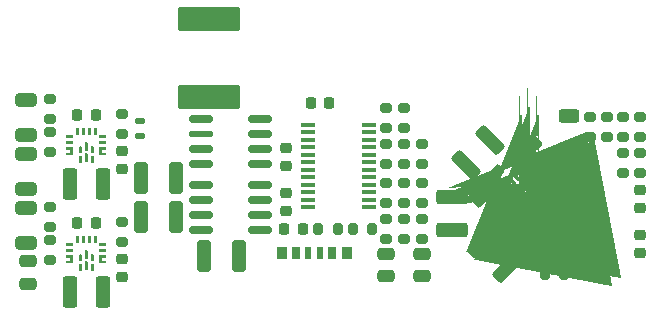
<source format=gtp>
G04 #@! TF.GenerationSoftware,KiCad,Pcbnew,(6.0.9)*
G04 #@! TF.CreationDate,2024-01-10T20:12:20+09:00*
G04 #@! TF.ProjectId,BatteryBoard,42617474-6572-4794-926f-6172642e6b69,rev?*
G04 #@! TF.SameCoordinates,Original*
G04 #@! TF.FileFunction,Paste,Top*
G04 #@! TF.FilePolarity,Positive*
%FSLAX46Y46*%
G04 Gerber Fmt 4.6, Leading zero omitted, Abs format (unit mm)*
G04 Created by KiCad (PCBNEW (6.0.9)) date 2024-01-10 20:12:20*
%MOMM*%
%LPD*%
G01*
G04 APERTURE LIST*
G04 Aperture macros list*
%AMRoundRect*
0 Rectangle with rounded corners*
0 $1 Rounding radius*
0 $2 $3 $4 $5 $6 $7 $8 $9 X,Y pos of 4 corners*
0 Add a 4 corners polygon primitive as box body*
4,1,4,$2,$3,$4,$5,$6,$7,$8,$9,$2,$3,0*
0 Add four circle primitives for the rounded corners*
1,1,$1+$1,$2,$3*
1,1,$1+$1,$4,$5*
1,1,$1+$1,$6,$7*
1,1,$1+$1,$8,$9*
0 Add four rect primitives between the rounded corners*
20,1,$1+$1,$2,$3,$4,$5,0*
20,1,$1+$1,$4,$5,$6,$7,0*
20,1,$1+$1,$6,$7,$8,$9,0*
20,1,$1+$1,$8,$9,$2,$3,0*%
%AMFreePoly0*
4,1,57,0.194010,0.449029,0.214144,0.449029,0.231583,0.438961,0.251037,0.433748,0.265277,0.419508,0.282717,0.409439,0.409439,0.282717,0.419508,0.265277,0.433748,0.251037,0.438960,0.231585,0.449030,0.214144,0.449030,0.194005,0.454242,0.174554,0.454242,-0.174554,0.449030,-0.194005,0.449030,-0.214144,0.438960,-0.231585,0.433748,-0.251037,0.419508,-0.265277,0.409439,-0.282717,
0.282717,-0.409439,0.265277,-0.419508,0.251037,-0.433748,0.231583,-0.438961,0.214144,-0.449029,0.194010,-0.449029,0.174554,-0.454242,-0.174554,-0.454242,-0.194005,-0.449030,-0.214144,-0.449030,-0.231585,-0.438960,-0.251037,-0.433748,-0.265277,-0.419508,-0.282717,-0.409439,-0.409439,-0.282717,-0.419508,-0.265277,-0.433748,-0.251037,-0.438961,-0.231583,-0.449029,-0.214144,-0.449029,-0.194010,
-0.454242,-0.174554,-0.454242,0.174554,-0.449029,0.194010,-0.449029,0.214144,-0.438961,0.231583,-0.433748,0.251037,-0.419508,0.265277,-0.409439,0.282717,-0.282717,0.409439,-0.265277,0.419508,-0.251037,0.433748,-0.231585,0.438960,-0.214144,0.449030,-0.194005,0.449030,-0.174554,0.454242,0.174554,0.454242,0.194010,0.449029,0.194010,0.449029,$1*%
G04 Aperture macros list end*
%ADD10RoundRect,0.250000X-0.475000X0.250000X-0.475000X-0.250000X0.475000X-0.250000X0.475000X0.250000X0*%
%ADD11RoundRect,0.200000X-0.275000X0.200000X-0.275000X-0.200000X0.275000X-0.200000X0.275000X0.200000X0*%
%ADD12RoundRect,0.225000X-0.250000X0.225000X-0.250000X-0.225000X0.250000X-0.225000X0.250000X0.225000X0*%
%ADD13RoundRect,0.225000X-0.017678X0.335876X-0.335876X0.017678X0.017678X-0.335876X0.335876X-0.017678X0*%
%ADD14RoundRect,0.250000X0.475000X-0.250000X0.475000X0.250000X-0.475000X0.250000X-0.475000X-0.250000X0*%
%ADD15RoundRect,0.250000X0.325000X1.100000X-0.325000X1.100000X-0.325000X-1.100000X0.325000X-1.100000X0*%
%ADD16RoundRect,0.200000X0.275000X-0.200000X0.275000X0.200000X-0.275000X0.200000X-0.275000X-0.200000X0*%
%ADD17RoundRect,0.225000X-0.225000X-0.250000X0.225000X-0.250000X0.225000X0.250000X-0.225000X0.250000X0*%
%ADD18RoundRect,0.200000X-0.200000X-0.275000X0.200000X-0.275000X0.200000X0.275000X-0.200000X0.275000X0*%
%ADD19RoundRect,0.150000X0.825000X0.150000X-0.825000X0.150000X-0.825000X-0.150000X0.825000X-0.150000X0*%
%ADD20RoundRect,0.146250X0.828750X0.146250X-0.828750X0.146250X-0.828750X-0.146250X0.828750X-0.146250X0*%
%ADD21RoundRect,0.250000X-1.007627X-0.548008X-0.548008X-1.007627X1.007627X0.548008X0.548008X1.007627X0*%
%ADD22R,0.630000X1.035000*%
%ADD23R,0.720000X1.035000*%
%ADD24R,0.810000X1.035000*%
%ADD25RoundRect,0.200000X0.200000X0.275000X-0.200000X0.275000X-0.200000X-0.275000X0.200000X-0.275000X0*%
%ADD26RoundRect,0.225000X0.335876X0.017678X0.017678X0.335876X-0.335876X-0.017678X-0.017678X-0.335876X0*%
%ADD27RoundRect,0.250000X-0.650000X0.325000X-0.650000X-0.325000X0.650000X-0.325000X0.650000X0.325000X0*%
%ADD28RoundRect,0.250000X-0.625000X0.312500X-0.625000X-0.312500X0.625000X-0.312500X0.625000X0.312500X0*%
%ADD29RoundRect,0.218750X0.256250X-0.218750X0.256250X0.218750X-0.256250X0.218750X-0.256250X-0.218750X0*%
%ADD30RoundRect,0.250000X0.650000X-0.325000X0.650000X0.325000X-0.650000X0.325000X-0.650000X-0.325000X0*%
%ADD31RoundRect,0.250000X-1.075000X0.375000X-1.075000X-0.375000X1.075000X-0.375000X1.075000X0.375000X0*%
%ADD32RoundRect,0.100000X2.550000X-0.900000X2.550000X0.900000X-2.550000X0.900000X-2.550000X-0.900000X0*%
%ADD33RoundRect,0.250000X0.375000X1.075000X-0.375000X1.075000X-0.375000X-1.075000X0.375000X-1.075000X0*%
%ADD34RoundRect,0.137500X0.262500X-0.137500X0.262500X0.137500X-0.262500X0.137500X-0.262500X-0.137500X0*%
%ADD35RoundRect,0.225000X0.225000X0.250000X-0.225000X0.250000X-0.225000X-0.250000X0.225000X-0.250000X0*%
%ADD36FreePoly0,135.000000*%
%ADD37RoundRect,0.062500X0.274004X-0.185616X-0.185616X0.274004X-0.274004X0.185616X0.185616X-0.274004X0*%
%ADD38RoundRect,0.062500X0.274004X0.185616X0.185616X0.274004X-0.274004X-0.185616X-0.185616X-0.274004X0*%
%ADD39RoundRect,0.225000X0.250000X-0.225000X0.250000X0.225000X-0.250000X0.225000X-0.250000X-0.225000X0*%
%ADD40RoundRect,0.250000X-0.548008X1.007627X-1.007627X0.548008X0.548008X-1.007627X1.007627X-0.548008X0*%
%ADD41RoundRect,0.225000X-0.335876X-0.017678X-0.017678X-0.335876X0.335876X0.017678X0.017678X0.335876X0*%
%ADD42R,1.200000X0.400000*%
G04 APERTURE END LIST*
G36*
X131071500Y-122221793D02*
G01*
X131071500Y-122722207D01*
X131021207Y-122772500D01*
X130870793Y-122772500D01*
X130820500Y-122722207D01*
X130820500Y-122221793D01*
X130870793Y-122171500D01*
X131021207Y-122171500D01*
X131071500Y-122221793D01*
G37*
G36*
X131321500Y-124596793D02*
G01*
X131321500Y-125072207D01*
X131271207Y-125122500D01*
X131120793Y-125122500D01*
X131070500Y-125072207D01*
X131070500Y-124596793D01*
X131120793Y-124546500D01*
X131271207Y-124546500D01*
X131321500Y-124596793D01*
G37*
G36*
X130321500Y-124596793D02*
G01*
X130321500Y-125072207D01*
X130271207Y-125122500D01*
X130120793Y-125122500D01*
X130070500Y-125072207D01*
X130070500Y-124596793D01*
X130120793Y-124546500D01*
X130271207Y-124546500D01*
X130321500Y-124596793D01*
G37*
G36*
X132396500Y-123321793D02*
G01*
X132396500Y-123472207D01*
X132346207Y-123522500D01*
X131845793Y-123522500D01*
X131795500Y-123472207D01*
X131795500Y-123321793D01*
X131845793Y-123271500D01*
X132346207Y-123271500D01*
X132396500Y-123321793D01*
G37*
G36*
X130071500Y-122221793D02*
G01*
X130071500Y-122722207D01*
X130021207Y-122772500D01*
X129870793Y-122772500D01*
X129820500Y-122722207D01*
X129820500Y-122221793D01*
X129870793Y-122171500D01*
X130021207Y-122171500D01*
X130071500Y-122221793D01*
G37*
G36*
X129596500Y-123321793D02*
G01*
X129596500Y-123472207D01*
X129546207Y-123522500D01*
X129045793Y-123522500D01*
X128995500Y-123472207D01*
X128995500Y-123321793D01*
X129045793Y-123271500D01*
X129546207Y-123271500D01*
X129596500Y-123321793D01*
G37*
G36*
X132396500Y-123821793D02*
G01*
X132396500Y-123972207D01*
X132346207Y-124022500D01*
X132046500Y-124022500D01*
X132046500Y-124271500D01*
X132346207Y-124271500D01*
X132396500Y-124321793D01*
X132396500Y-124472207D01*
X132346207Y-124522500D01*
X131845793Y-124522500D01*
X131795500Y-124472207D01*
X131795500Y-123821793D01*
X131845793Y-123771500D01*
X132346207Y-123771500D01*
X132396500Y-123821793D01*
G37*
G36*
X129596500Y-122821793D02*
G01*
X129596500Y-122972207D01*
X129546207Y-123022500D01*
X129045793Y-123022500D01*
X128995500Y-122972207D01*
X128995500Y-122821793D01*
X129045793Y-122771500D01*
X129546207Y-122771500D01*
X129596500Y-122821793D01*
G37*
G36*
X130571500Y-122221793D02*
G01*
X130571500Y-122722207D01*
X130521207Y-122772500D01*
X130370793Y-122772500D01*
X130320500Y-122722207D01*
X130320500Y-122221793D01*
X130370793Y-122171500D01*
X130521207Y-122171500D01*
X130571500Y-122221793D01*
G37*
G36*
X130321500Y-123771793D02*
G01*
X130321500Y-124247207D01*
X130271207Y-124297500D01*
X130120793Y-124297500D01*
X130070500Y-124247207D01*
X130070500Y-123771793D01*
X130120793Y-123721500D01*
X130271207Y-123721500D01*
X130321500Y-123771793D01*
G37*
G36*
X130821500Y-123451793D02*
G01*
X130821500Y-124072207D01*
X130771207Y-124122500D01*
X130620793Y-124122500D01*
X130570500Y-124072207D01*
X130570500Y-123451793D01*
X130620793Y-123401500D01*
X130771207Y-123401500D01*
X130821500Y-123451793D01*
G37*
G36*
X130821500Y-124371793D02*
G01*
X130821500Y-124992207D01*
X130771207Y-125042500D01*
X130620793Y-125042500D01*
X130570500Y-124992207D01*
X130570500Y-124371793D01*
X130620793Y-124321500D01*
X130771207Y-124321500D01*
X130821500Y-124371793D01*
G37*
G36*
X131321500Y-123771793D02*
G01*
X131321500Y-124247207D01*
X131271207Y-124297500D01*
X131120793Y-124297500D01*
X131070500Y-124247207D01*
X131070500Y-123771793D01*
X131120793Y-123721500D01*
X131271207Y-123721500D01*
X131321500Y-123771793D01*
G37*
G36*
X131571500Y-122221793D02*
G01*
X131571500Y-122722207D01*
X131521207Y-122772500D01*
X131370793Y-122772500D01*
X131320500Y-122722207D01*
X131320500Y-122221793D01*
X131370793Y-122171500D01*
X131521207Y-122171500D01*
X131571500Y-122221793D01*
G37*
G36*
X129596500Y-123821793D02*
G01*
X129596500Y-124472207D01*
X129546207Y-124522500D01*
X129045793Y-124522500D01*
X128995500Y-124472207D01*
X128995500Y-124321793D01*
X129045793Y-124271500D01*
X129345500Y-124271500D01*
X129345500Y-124022500D01*
X129045793Y-124022500D01*
X128995500Y-123972207D01*
X128995500Y-123821793D01*
X129045793Y-123771500D01*
X129546207Y-123771500D01*
X129596500Y-123821793D01*
G37*
G36*
X132396500Y-122821793D02*
G01*
X132396500Y-122972207D01*
X132346207Y-123022500D01*
X131845793Y-123022500D01*
X131795500Y-122972207D01*
X131795500Y-122821793D01*
X131845793Y-122771500D01*
X132346207Y-122771500D01*
X132396500Y-122821793D01*
G37*
G36*
X130821500Y-115227793D02*
G01*
X130821500Y-115848207D01*
X130771207Y-115898500D01*
X130620793Y-115898500D01*
X130570500Y-115848207D01*
X130570500Y-115227793D01*
X130620793Y-115177500D01*
X130771207Y-115177500D01*
X130821500Y-115227793D01*
G37*
G36*
X131321500Y-115452793D02*
G01*
X131321500Y-115928207D01*
X131271207Y-115978500D01*
X131120793Y-115978500D01*
X131070500Y-115928207D01*
X131070500Y-115452793D01*
X131120793Y-115402500D01*
X131271207Y-115402500D01*
X131321500Y-115452793D01*
G37*
G36*
X129596500Y-114677793D02*
G01*
X129596500Y-115328207D01*
X129546207Y-115378500D01*
X129045793Y-115378500D01*
X128995500Y-115328207D01*
X128995500Y-115177793D01*
X129045793Y-115127500D01*
X129345500Y-115127500D01*
X129345500Y-114878500D01*
X129045793Y-114878500D01*
X128995500Y-114828207D01*
X128995500Y-114677793D01*
X129045793Y-114627500D01*
X129546207Y-114627500D01*
X129596500Y-114677793D01*
G37*
G36*
X132396500Y-114677793D02*
G01*
X132396500Y-114828207D01*
X132346207Y-114878500D01*
X132046500Y-114878500D01*
X132046500Y-115127500D01*
X132346207Y-115127500D01*
X132396500Y-115177793D01*
X132396500Y-115328207D01*
X132346207Y-115378500D01*
X131845793Y-115378500D01*
X131795500Y-115328207D01*
X131795500Y-114677793D01*
X131845793Y-114627500D01*
X132346207Y-114627500D01*
X132396500Y-114677793D01*
G37*
G36*
X130071500Y-113077793D02*
G01*
X130071500Y-113578207D01*
X130021207Y-113628500D01*
X129870793Y-113628500D01*
X129820500Y-113578207D01*
X129820500Y-113077793D01*
X129870793Y-113027500D01*
X130021207Y-113027500D01*
X130071500Y-113077793D01*
G37*
G36*
X132396500Y-114177793D02*
G01*
X132396500Y-114328207D01*
X132346207Y-114378500D01*
X131845793Y-114378500D01*
X131795500Y-114328207D01*
X131795500Y-114177793D01*
X131845793Y-114127500D01*
X132346207Y-114127500D01*
X132396500Y-114177793D01*
G37*
G36*
X130821500Y-114307793D02*
G01*
X130821500Y-114928207D01*
X130771207Y-114978500D01*
X130620793Y-114978500D01*
X130570500Y-114928207D01*
X130570500Y-114307793D01*
X130620793Y-114257500D01*
X130771207Y-114257500D01*
X130821500Y-114307793D01*
G37*
G36*
X129596500Y-113677793D02*
G01*
X129596500Y-113828207D01*
X129546207Y-113878500D01*
X129045793Y-113878500D01*
X128995500Y-113828207D01*
X128995500Y-113677793D01*
X129045793Y-113627500D01*
X129546207Y-113627500D01*
X129596500Y-113677793D01*
G37*
G36*
X131571500Y-113077793D02*
G01*
X131571500Y-113578207D01*
X131521207Y-113628500D01*
X131370793Y-113628500D01*
X131320500Y-113578207D01*
X131320500Y-113077793D01*
X131370793Y-113027500D01*
X131521207Y-113027500D01*
X131571500Y-113077793D01*
G37*
G36*
X129596500Y-114177793D02*
G01*
X129596500Y-114328207D01*
X129546207Y-114378500D01*
X129045793Y-114378500D01*
X128995500Y-114328207D01*
X128995500Y-114177793D01*
X129045793Y-114127500D01*
X129546207Y-114127500D01*
X129596500Y-114177793D01*
G37*
G36*
X132396500Y-113677793D02*
G01*
X132396500Y-113828207D01*
X132346207Y-113878500D01*
X131845793Y-113878500D01*
X131795500Y-113828207D01*
X131795500Y-113677793D01*
X131845793Y-113627500D01*
X132346207Y-113627500D01*
X132396500Y-113677793D01*
G37*
G36*
X131071500Y-113077793D02*
G01*
X131071500Y-113578207D01*
X131021207Y-113628500D01*
X130870793Y-113628500D01*
X130820500Y-113578207D01*
X130820500Y-113077793D01*
X130870793Y-113027500D01*
X131021207Y-113027500D01*
X131071500Y-113077793D01*
G37*
G36*
X131321500Y-114627793D02*
G01*
X131321500Y-115103207D01*
X131271207Y-115153500D01*
X131120793Y-115153500D01*
X131070500Y-115103207D01*
X131070500Y-114627793D01*
X131120793Y-114577500D01*
X131271207Y-114577500D01*
X131321500Y-114627793D01*
G37*
G36*
X130321500Y-115452793D02*
G01*
X130321500Y-115928207D01*
X130271207Y-115978500D01*
X130120793Y-115978500D01*
X130070500Y-115928207D01*
X130070500Y-115452793D01*
X130120793Y-115402500D01*
X130271207Y-115402500D01*
X130321500Y-115452793D01*
G37*
G36*
X130571500Y-113077793D02*
G01*
X130571500Y-113578207D01*
X130521207Y-113628500D01*
X130370793Y-113628500D01*
X130320500Y-113578207D01*
X130320500Y-113077793D01*
X130370793Y-113027500D01*
X130521207Y-113027500D01*
X130571500Y-113077793D01*
G37*
G36*
X130321500Y-114627793D02*
G01*
X130321500Y-115103207D01*
X130271207Y-115153500D01*
X130120793Y-115153500D01*
X130070500Y-115103207D01*
X130070500Y-114627793D01*
X130120793Y-114577500D01*
X130271207Y-114577500D01*
X130321500Y-114627793D01*
G37*
D10*
X125793800Y-124348400D03*
X125793800Y-126248400D03*
D11*
X127648000Y-122543000D03*
X127648000Y-124193000D03*
D12*
X133744000Y-124117000D03*
X133744000Y-125667000D03*
D11*
X156096000Y-111367000D03*
X156096000Y-113017000D03*
D13*
X165534008Y-116723992D03*
X164437992Y-117820008D03*
D14*
X156096000Y-125588000D03*
X156096000Y-123688000D03*
D11*
X127648000Y-119749000D03*
X127648000Y-121399000D03*
D15*
X138267000Y-117272000D03*
X135317000Y-117272000D03*
D16*
X157620000Y-119367000D03*
X157620000Y-117717000D03*
D17*
X147447000Y-121590000D03*
X148997000Y-121590000D03*
D18*
X153239000Y-121590000D03*
X154889000Y-121590000D03*
D19*
X145363000Y-116129000D03*
X145363000Y-114859000D03*
X145363000Y-113589000D03*
X145363000Y-112319000D03*
X140413000Y-112319000D03*
D20*
X140413000Y-113581500D03*
D19*
X140413000Y-114859000D03*
X140413000Y-116129000D03*
D11*
X157620000Y-114415000D03*
X157620000Y-116065000D03*
D21*
X164224000Y-122860000D03*
X166309966Y-124945966D03*
D22*
X149500000Y-123641000D03*
D23*
X151520000Y-123641000D03*
D24*
X152750000Y-123641000D03*
D22*
X150500000Y-123641000D03*
D23*
X148480000Y-123641000D03*
D24*
X147250000Y-123641000D03*
D25*
X174193000Y-125400000D03*
X172543000Y-125400000D03*
D26*
X169852008Y-115534008D03*
X168755992Y-114437992D03*
D16*
X159144000Y-122415000D03*
X159144000Y-120765000D03*
D27*
X125616000Y-115289000D03*
X125616000Y-118239000D03*
D11*
X173368000Y-112129000D03*
X173368000Y-113779000D03*
D28*
X171590000Y-111999500D03*
X171590000Y-114924500D03*
D29*
X177559000Y-123647500D03*
X177559000Y-122072500D03*
D16*
X159144000Y-119367000D03*
X159144000Y-117717000D03*
D30*
X125616000Y-122811000D03*
X125616000Y-119861000D03*
D12*
X133744000Y-114973000D03*
X133744000Y-116523000D03*
D31*
X161684000Y-118920000D03*
X161684000Y-121720000D03*
D11*
X174765000Y-112129000D03*
X174765000Y-113779000D03*
D15*
X143601000Y-123876000D03*
X140651000Y-123876000D03*
D11*
X156096000Y-117717000D03*
X156096000Y-119367000D03*
X157620000Y-111367000D03*
X157620000Y-113017000D03*
D16*
X177559000Y-116827000D03*
X177559000Y-115177000D03*
X157620000Y-122415000D03*
X157620000Y-120765000D03*
D32*
X141110000Y-103810000D03*
X141110000Y-110410000D03*
D11*
X177559000Y-112129000D03*
X177559000Y-113779000D03*
D29*
X177559000Y-119837500D03*
X177559000Y-118262500D03*
D16*
X176162000Y-113779000D03*
X176162000Y-112129000D03*
D19*
X145363000Y-121717000D03*
X145363000Y-120447000D03*
X145363000Y-119177000D03*
X145363000Y-117907000D03*
X140413000Y-117907000D03*
X140413000Y-119177000D03*
X140413000Y-120447000D03*
X140413000Y-121717000D03*
D11*
X127648000Y-113399000D03*
X127648000Y-115049000D03*
D33*
X132096000Y-117780000D03*
X129296000Y-117780000D03*
D26*
X165026008Y-120360008D03*
X163929992Y-119263992D03*
D16*
X156096000Y-116065000D03*
X156096000Y-114415000D03*
D34*
X135268000Y-113706000D03*
X135268000Y-112456000D03*
D18*
X169495000Y-125400000D03*
X171145000Y-125400000D03*
D15*
X138267000Y-120574000D03*
X135317000Y-120574000D03*
D33*
X132096000Y-126924000D03*
X129296000Y-126924000D03*
D35*
X151270000Y-110922000D03*
X149720000Y-110922000D03*
D30*
X125616000Y-113667000D03*
X125616000Y-110717000D03*
D36*
X167598571Y-118796000D03*
X168288000Y-119485429D03*
X168977429Y-118796000D03*
X168288000Y-118106571D03*
D37*
X168809491Y-121085258D03*
X169163045Y-120731705D03*
X169516598Y-120378151D03*
X169870151Y-120024598D03*
X170223705Y-119671045D03*
X170577258Y-119317491D03*
D38*
X170577258Y-118274509D03*
X170223705Y-117920955D03*
X169870151Y-117567402D03*
X169516598Y-117213849D03*
X169163045Y-116860295D03*
X168809491Y-116506742D03*
D37*
X167766509Y-116506742D03*
X167412955Y-116860295D03*
X167059402Y-117213849D03*
X166705849Y-117567402D03*
X166352295Y-117920955D03*
X165998742Y-118274509D03*
D38*
X165998742Y-119317491D03*
X166352295Y-119671045D03*
X166705849Y-120024598D03*
X167059402Y-120378151D03*
X167412955Y-120731705D03*
X167766509Y-121085258D03*
D39*
X147587000Y-116269000D03*
X147587000Y-114719000D03*
D14*
X159144000Y-125588000D03*
X159144000Y-123688000D03*
D18*
X169495000Y-123876000D03*
X171145000Y-123876000D03*
D16*
X156096000Y-122415000D03*
X156096000Y-120765000D03*
D40*
X164885983Y-114070017D03*
X162800017Y-116155983D03*
D11*
X133744000Y-121019000D03*
X133744000Y-122669000D03*
D41*
X166977992Y-122311992D03*
X168074008Y-123408008D03*
D35*
X131471000Y-111938000D03*
X129921000Y-111938000D03*
D18*
X150318000Y-121590000D03*
X151968000Y-121590000D03*
D11*
X133744000Y-111875000D03*
X133744000Y-113525000D03*
D35*
X131471000Y-121082000D03*
X129921000Y-121082000D03*
D39*
X147587000Y-120079000D03*
X147587000Y-118529000D03*
D16*
X176162000Y-116827000D03*
X176162000Y-115177000D03*
D42*
X154632000Y-119748500D03*
X154632000Y-119113500D03*
X154632000Y-118478500D03*
X154632000Y-117843500D03*
X154632000Y-117208500D03*
X154632000Y-116573500D03*
X154632000Y-115938500D03*
X154632000Y-115303500D03*
X154632000Y-114668500D03*
X154632000Y-114033500D03*
X154632000Y-113398500D03*
X154632000Y-112763500D03*
X149432000Y-112763500D03*
X149432000Y-113398500D03*
X149432000Y-114033500D03*
X149432000Y-114668500D03*
X149432000Y-115303500D03*
X149432000Y-115938500D03*
X149432000Y-116573500D03*
X149432000Y-117208500D03*
X149432000Y-117843500D03*
X149432000Y-118478500D03*
X149432000Y-119113500D03*
X149432000Y-119748500D03*
D11*
X159144000Y-114415000D03*
X159144000Y-116065000D03*
X127648000Y-110605000D03*
X127648000Y-112255000D03*
M02*

</source>
